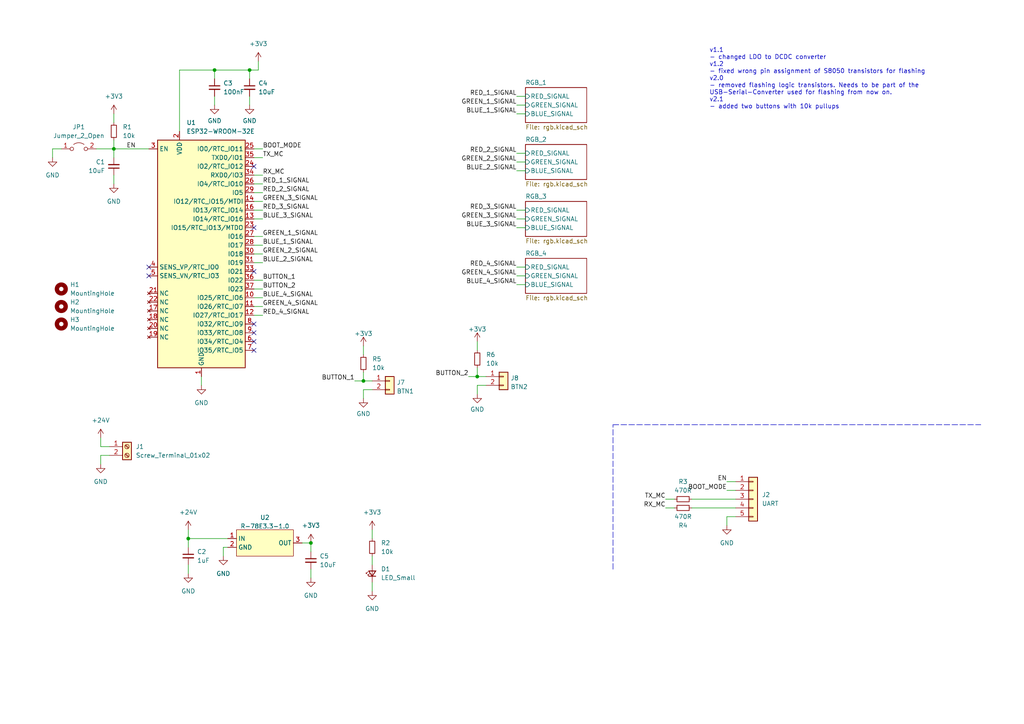
<source format=kicad_sch>
(kicad_sch (version 20211123) (generator eeschema)
  (paper "A4")
  (lib_symbols
    (symbol "Connector:Screw_Terminal_01x02" (pin_names (offset 1.016) hide)
      (property "Reference" "J" (at 0 2.54 0))
      (property "Value" "Screw_Terminal_01x02" (at 0 -5.08 0))
      (symbol "Screw_Terminal_01x02_1_1"
        (rectangle (start -1.27 1.27) (end 1.27 -3.81) (stroke (width 0.254)) (fill (type background)))
        (circle (center 0 -2.54) (radius 0.635) (stroke (width 0.1524)))
        (polyline (pts (xy -0.5334 -2.2098) (xy 0.3302 -3.048)) (stroke (width 0.1524)))
        (polyline (pts (xy -0.5334 0.3302) (xy 0.3302 -0.508)) (stroke (width 0.1524)))
        (polyline (pts (xy -0.3556 -2.032) (xy 0.508 -2.8702)) (stroke (width 0.1524)))
        (polyline (pts (xy -0.3556 0.508) (xy 0.508 -0.3302)) (stroke (width 0.1524)))
        (circle (center 0 0) (radius 0.635) (stroke (width 0.1524)))
        (pin passive line (at -5.08 0 0) (length 3.81) (name "Pin_1") (number "1"))
        (pin passive line (at -5.08 -2.54 0) (length 3.81) (name "Pin_2") (number "2"))
      )
    )
    (symbol "Connector_Generic:Conn_01x02" (pin_names (offset 1.016) hide)
      (property "Reference" "J" (at 0 2.54 0))
      (property "Value" "Conn_01x02" (at 0 -5.08 0))
      (symbol "Conn_01x02_1_1"
        (rectangle (start -1.27 -2.413) (end 0 -2.667) (stroke (width 0.1524)))
        (rectangle (start -1.27 0.127) (end 0 -0.127) (stroke (width 0.1524)))
        (rectangle (start -1.27 1.27) (end 1.27 -3.81) (stroke (width 0.254)) (fill (type background)))
        (pin passive line (at -5.08 0 0) (length 3.81) (name "Pin_1") (number "1"))
        (pin passive line (at -5.08 -2.54 0) (length 3.81) (name "Pin_2") (number "2"))
      )
    )
    (symbol "Connector_Generic:Conn_01x05" (pin_names (offset 1.016) hide)
      (property "Reference" "J" (at 0 7.62 0))
      (property "Value" "Conn_01x05" (at 0 -7.62 0))
      (symbol "Conn_01x05_1_1"
        (rectangle (start -1.27 -4.953) (end 0 -5.207) (stroke (width 0.1524)))
        (rectangle (start -1.27 -2.413) (end 0 -2.667) (stroke (width 0.1524)))
        (rectangle (start -1.27 0.127) (end 0 -0.127) (stroke (width 0.1524)))
        (rectangle (start -1.27 2.667) (end 0 2.413) (stroke (width 0.1524)))
        (rectangle (start -1.27 5.207) (end 0 4.953) (stroke (width 0.1524)))
        (rectangle (start -1.27 6.35) (end 1.27 -6.35) (stroke (width 0.254)) (fill (type background)))
        (pin passive line (at -5.08 5.08 0) (length 3.81) (name "Pin_1") (number "1"))
        (pin passive line (at -5.08 2.54 0) (length 3.81) (name "Pin_2") (number "2"))
        (pin passive line (at -5.08 0 0) (length 3.81) (name "Pin_3") (number "3"))
        (pin passive line (at -5.08 -2.54 0) (length 3.81) (name "Pin_4") (number "4"))
        (pin passive line (at -5.08 -5.08 0) (length 3.81) (name "Pin_5") (number "5"))
      )
    )
    (symbol "Device:C_Small" (pin_numbers hide) (pin_names (offset 0.254) hide)
      (property "Reference" "C" (at 0.254 1.778 0))
      (property "Value" "C_Small" (at 0.254 -2.032 0))
      (symbol "C_Small_0_1"
        (polyline (pts (xy -1.524 -0.508) (xy 1.524 -0.508)) (stroke (width 0.3302)))
        (polyline (pts (xy -1.524 0.508) (xy 1.524 0.508)) (stroke (width 0.3048)))
      )
      (symbol "C_Small_1_1"
        (pin passive line (at 0 2.54 270) (length 2.032) (name "~") (number "1"))
        (pin passive line (at 0 -2.54 90) (length 2.032) (name "~") (number "2"))
      )
    )
    (symbol "Device:LED_Small" (pin_numbers hide) (pin_names (offset 0.254) hide)
      (property "Reference" "D" (at -1.27 3.175 0))
      (property "Value" "LED_Small" (at -4.445 -2.54 0))
      (symbol "LED_Small_0_1"
        (polyline (pts (xy -0.762 -1.016) (xy -0.762 1.016)) (stroke (width 0.254)))
        (polyline (pts (xy 1.016 0) (xy -0.762 0)))
        (polyline (pts (xy 0.762 -1.016) (xy -0.762 0) (xy 0.762 1.016) (xy 0.762 -1.016)) (stroke (width 0.254)))
        (polyline (pts (xy 0 0.762) (xy -0.508 1.27) (xy -0.254 1.27) (xy -0.508 1.27) (xy -0.508 1.016)))
        (polyline (pts (xy 0.508 1.27) (xy 0 1.778) (xy 0.254 1.778) (xy 0 1.778) (xy 0 1.524)))
      )
      (symbol "LED_Small_1_1"
        (pin passive line (at -2.54 0 0) (length 1.778) (name "K") (number "1"))
        (pin passive line (at 2.54 0 180) (length 1.778) (name "A") (number "2"))
      )
    )
    (symbol "Device:R_Small" (pin_numbers hide) (pin_names (offset 0.254) hide)
      (property "Reference" "R" (at 0.762 0.508 0))
      (property "Value" "R_Small" (at 0.762 -1.016 0))
      (symbol "R_Small_0_1"
        (rectangle (start -0.762 1.778) (end 0.762 -1.778) (stroke (width 0.2032)))
      )
      (symbol "R_Small_1_1"
        (pin passive line (at 0 2.54 270) (length 0.762) (name "~") (number "1"))
        (pin passive line (at 0 -2.54 90) (length 0.762) (name "~") (number "2"))
      )
    )
    (symbol "Jumper:Jumper_2_Open" (pin_names (offset 0) hide)
      (property "Reference" "JP" (at 0 2.794 0))
      (property "Value" "Jumper_2_Open" (at 0 -2.286 0))
      (symbol "Jumper_2_Open_0_0"
        (circle (center -2.032 0) (radius 0.508))
        (circle (center 2.032 0) (radius 0.508))
      )
      (symbol "Jumper_2_Open_0_1"
        (arc (start 1.524 1.27) (mid 0 1.778) (end -1.524 1.27))
      )
      (symbol "Jumper_2_Open_1_1"
        (pin passive line (at -5.08 0 0) (length 2.54) (name "A") (number "1"))
        (pin passive line (at 5.08 0 180) (length 2.54) (name "B") (number "2"))
      )
    )
    (symbol "Mechanical:MountingHole" (pin_names (offset 1.016))
      (property "Reference" "H" (at 0 5.08 0))
      (property "Value" "MountingHole" (at 0 3.175 0))
      (symbol "MountingHole_0_1"
        (circle (center 0 0) (radius 1.27) (stroke (width 1.27)))
      )
    )
    (symbol "custom:ESP32-WROOM-32E"
      (property "Reference" "U" (at -12.7 34.29 0))
      (property "Value" "ESP32-WROOM-32E" (at 1.27 34.29 0))
      (symbol "ESP32-WROOM-32E_0_1"
        (rectangle (start -12.7 33.02) (end 12.7 -33.02) (stroke (width 0.254)) (fill (type background)))
      )
      (symbol "ESP32-WROOM-32E_1_1"
        (pin power_in line (at 0 -35.56 90) (length 2.54) (name "GND") (number "1"))
        (pin bidirectional line (at 15.24 -12.7 180) (length 2.54) (name "IO25/RTC_IO6") (number "10"))
        (pin bidirectional line (at 15.24 -15.24 180) (length 2.54) (name "IO26/RTC_IO7") (number "11"))
        (pin bidirectional line (at 15.24 -17.78 180) (length 2.54) (name "IO27/RTC_IO17") (number "12"))
        (pin bidirectional line (at 15.24 10.16 180) (length 2.54) (name "IO14/RTC_IO16") (number "13"))
        (pin bidirectional line (at 15.24 15.24 180) (length 2.54) (name "IO12/RTC_IO15/MTDI") (number "14"))
        (pin passive line (at 0 -35.56 90) (length 2.54) hide (name "GND") (number "15"))
        (pin bidirectional line (at 15.24 12.7 180) (length 2.54) (name "IO13/RTC_IO14") (number "16"))
        (pin no_connect line (at -15.24 -16.51 0) (length 2.54) (name "NC") (number "17"))
        (pin no_connect line (at -15.24 -19.05 0) (length 2.54) (name "NC") (number "18"))
        (pin no_connect line (at -15.24 -24.13 0) (length 2.54) (name "NC") (number "19"))
        (pin power_in line (at -6.35 35.56 270) (length 2.54) (name "VDD") (number "2"))
        (pin no_connect line (at -15.24 -21.59 0) (length 2.54) (name "NC") (number "20"))
        (pin no_connect line (at -15.24 -11.43 0) (length 2.54) (name "NC") (number "21"))
        (pin no_connect line (at -15.24 -13.97 0) (length 2.54) (name "NC") (number "22"))
        (pin bidirectional line (at 15.24 7.62 180) (length 2.54) (name "IO15/RTC_IO13/MTDO") (number "23"))
        (pin bidirectional line (at 15.24 25.4 180) (length 2.54) (name "IO2/RTC_IO12") (number "24"))
        (pin bidirectional line (at 15.24 30.48 180) (length 2.54) (name "IO0/RTC_IO11") (number "25"))
        (pin bidirectional line (at 15.24 20.32 180) (length 2.54) (name "IO4/RTC_IO10") (number "26"))
        (pin bidirectional line (at 15.24 5.08 180) (length 2.54) (name "IO16") (number "27"))
        (pin bidirectional line (at 15.24 2.54 180) (length 2.54) (name "IO17") (number "28"))
        (pin bidirectional line (at 15.24 17.78 180) (length 2.54) (name "IO5") (number "29"))
        (pin input line (at -15.24 30.48 0) (length 2.54) (name "EN") (number "3"))
        (pin bidirectional line (at 15.24 0 180) (length 2.54) (name "IO18") (number "30"))
        (pin bidirectional line (at 15.24 -2.54 180) (length 2.54) (name "IO19") (number "31"))
        (pin no_connect line (at -12.7 -27.94 0) (length 2.54) hide (name "NC") (number "32"))
        (pin bidirectional line (at 15.24 -5.08 180) (length 2.54) (name "IO21") (number "33"))
        (pin bidirectional line (at 15.24 22.86 180) (length 2.54) (name "RXD0/IO3") (number "34"))
        (pin bidirectional line (at 15.24 27.94 180) (length 2.54) (name "TXD0/IO1") (number "35"))
        (pin bidirectional line (at 15.24 -7.62 180) (length 2.54) (name "IO22") (number "36"))
        (pin bidirectional line (at 15.24 -10.16 180) (length 2.54) (name "IO23") (number "37"))
        (pin passive line (at 0 -35.56 90) (length 2.54) hide (name "GND") (number "38"))
        (pin passive line (at 0 -35.56 90) (length 2.54) hide (name "GND") (number "39"))
        (pin input line (at -15.24 -3.81 0) (length 2.54) (name "SENS_VP/RTC_IO0") (number "4"))
        (pin input line (at -15.24 -6.35 0) (length 2.54) (name "SENS_VN/RTC_IO3") (number "5"))
        (pin input line (at 15.24 -25.4 180) (length 2.54) (name "IO34/RTC_IO4") (number "6"))
        (pin input line (at 15.24 -27.94 180) (length 2.54) (name "IO35/RTC_IO5") (number "7"))
        (pin bidirectional line (at 15.24 -20.32 180) (length 2.54) (name "IO32/RTC_IO9") (number "8"))
        (pin bidirectional line (at 15.24 -22.86 180) (length 2.54) (name "IO33/RTC_IO8") (number "9"))
      )
    )
    (symbol "custom:TPS7B88"
      (property "Reference" "U" (at -7.62 2.54 0))
      (property "Value" "TPS7B88" (at -3.81 -6.35 0))
      (symbol "TPS7B88_0_1"
        (rectangle (start -8.89 2.54) (end 7.62 -5.08) (fill (type background)))
      )
      (symbol "TPS7B88_1_1"
        (pin input line (at -11.43 0 0) (length 2.54) (name "IN") (number "1"))
        (pin input line (at -11.43 -2.54 0) (length 2.54) (name "GND") (number "2"))
        (pin output line (at 10.16 -1.27 180) (length 2.54) (name "OUT") (number "3"))
      )
    )
    (symbol "power:+24V" (power) (pin_names (offset 0))
      (property "Value" "+24V" (at 0 3.556 0))
      (symbol "+24V_0_1"
        (polyline (pts (xy -0.762 1.27) (xy 0 2.54)))
        (polyline (pts (xy 0 0) (xy 0 2.54)))
        (polyline (pts (xy 0 2.54) (xy 0.762 1.27)))
      )
      (symbol "+24V_1_1"
        (pin power_in line (at 0 0 90) (length 0) hide (name "+24V") (number "1"))
      )
    )
    (symbol "power:+3V3" (power) (pin_names (offset 0))
      (property "Value" "+3V3" (at 0 3.556 0))
      (symbol "+3V3_0_1"
        (polyline (pts (xy -0.762 1.27) (xy 0 2.54)))
        (polyline (pts (xy 0 0) (xy 0 2.54)))
        (polyline (pts (xy 0 2.54) (xy 0.762 1.27)))
      )
      (symbol "+3V3_1_1"
        (pin power_in line (at 0 0 90) (length 0) hide (name "+3V3") (number "1"))
      )
    )
    (symbol "power:GND" (power) (pin_names (offset 0))
      (property "Value" "GND" (at 0 -3.81 0))
      (symbol "GND_0_1"
        (polyline (pts (xy 0 0) (xy 0 -1.27) (xy 1.27 -1.27) (xy 0 -2.54) (xy -1.27 -1.27) (xy 0 -1.27)))
      )
      (symbol "GND_1_1"
        (pin power_in line (at 0 0 270) (length 0) hide (name "GND") (number "1"))
      )
    )
  )
  (junction (at 72.39 20.32))
  (junction (at 33.02 43.18))
  (junction (at 62.23 20.32))
  (junction (at 54.61 156.21))
  (junction (at 105.41 110.49))
  (junction (at 90.17 157.48))
  (junction (at 138.43 109.22))
  (no_connect (at 73.66 66.04))
  (no_connect (at 73.66 78.74))
  (no_connect (at 73.66 48.26))
  (no_connect (at 73.66 93.98))
  (no_connect (at 73.66 96.52))
  (no_connect (at 73.66 99.06))
  (no_connect (at 73.66 101.6))
  (no_connect (at 43.18 77.47))
  (no_connect (at 43.18 80.01))
  (wire (pts (xy 105.41 113.03) (xy 105.41 115.57)))
  (wire (pts (xy 200.66 144.78) (xy 213.36 144.78)))
  (wire (pts (xy 73.66 71.12) (xy 76.2 71.12)))
  (wire (pts (xy 29.21 132.08) (xy 31.75 132.08)))
  (wire (pts (xy 33.02 43.18) (xy 33.02 45.72)))
  (wire (pts (xy 105.41 107.95) (xy 105.41 110.49)))
  (wire (pts (xy 33.02 50.8) (xy 33.02 53.34)))
  (wire (pts (xy 135.89 109.22) (xy 138.43 109.22)))
  (wire (pts (xy 29.21 134.62) (xy 29.21 132.08)))
  (wire (pts (xy 54.61 163.83) (xy 54.61 166.37)))
  (wire (pts (xy 43.18 43.18) (xy 33.02 43.18)))
  (wire (pts (xy 149.86 27.94) (xy 152.4 27.94)))
  (wire (pts (xy 149.86 46.99) (xy 152.4 46.99)))
  (wire (pts (xy 138.43 109.22) (xy 140.97 109.22)))
  (wire (pts (xy 29.21 129.54) (xy 31.75 129.54)))
  (wire (pts (xy 107.95 113.03) (xy 105.41 113.03)))
  (wire (pts (xy 73.66 60.96) (xy 76.2 60.96)))
  (wire (pts (xy 29.21 127) (xy 29.21 129.54)))
  (wire (pts (xy 210.82 142.24) (xy 213.36 142.24)))
  (wire (pts (xy 52.07 38.1) (xy 52.07 20.32)))
  (wire (pts (xy 58.42 109.22) (xy 58.42 111.76)))
  (wire (pts (xy 62.23 27.94) (xy 62.23 30.48)))
  (wire (pts (xy 107.95 161.29) (xy 107.95 163.83)))
  (wire (pts (xy 33.02 33.02) (xy 33.02 35.56)))
  (wire (pts (xy 72.39 27.94) (xy 72.39 30.48)))
  (wire (pts (xy 64.77 158.75) (xy 64.77 161.29)))
  (wire (pts (xy 73.66 63.5) (xy 76.2 63.5)))
  (wire (pts (xy 54.61 153.67) (xy 54.61 156.21)))
  (wire (pts (xy 193.04 147.32) (xy 195.58 147.32)))
  (wire (pts (xy 193.04 144.78) (xy 195.58 144.78)))
  (wire (pts (xy 73.66 53.34) (xy 76.2 53.34)))
  (wire (pts (xy 149.86 66.04) (xy 152.4 66.04)))
  (wire (pts (xy 73.66 88.9) (xy 76.2 88.9)))
  (wire (pts (xy 33.02 43.18) (xy 33.02 40.64)))
  (wire (pts (xy 73.66 68.58) (xy 76.2 68.58)))
  (wire (pts (xy 73.66 55.88) (xy 76.2 55.88)))
  (wire (pts (xy 105.41 100.33) (xy 105.41 102.87)))
  (polyline (pts (xy 177.8 123.19) (xy 284.48 123.19)))
  (wire (pts (xy 140.97 111.76) (xy 138.43 111.76)))
  (wire (pts (xy 90.17 165.1) (xy 90.17 167.64)))
  (wire (pts (xy 73.66 45.72) (xy 76.2 45.72)))
  (wire (pts (xy 105.41 110.49) (xy 107.95 110.49)))
  (wire (pts (xy 149.86 30.48) (xy 152.4 30.48)))
  (wire (pts (xy 73.66 43.18) (xy 76.2 43.18)))
  (wire (pts (xy 210.82 152.4) (xy 210.82 149.86)))
  (wire (pts (xy 138.43 111.76) (xy 138.43 114.3)))
  (wire (pts (xy 62.23 22.86) (xy 62.23 20.32)))
  (wire (pts (xy 17.78 43.18) (xy 15.24 43.18)))
  (wire (pts (xy 73.66 76.2) (xy 76.2 76.2)))
  (wire (pts (xy 149.86 49.53) (xy 152.4 49.53)))
  (wire (pts (xy 66.04 158.75) (xy 64.77 158.75)))
  (wire (pts (xy 138.43 99.06) (xy 138.43 101.6)))
  (wire (pts (xy 73.66 81.28) (xy 76.2 81.28)))
  (wire (pts (xy 149.86 77.47) (xy 152.4 77.47)))
  (wire (pts (xy 210.82 139.7) (xy 213.36 139.7)))
  (wire (pts (xy 73.66 83.82) (xy 76.2 83.82)))
  (wire (pts (xy 200.66 147.32) (xy 213.36 147.32)))
  (wire (pts (xy 74.93 17.78) (xy 74.93 20.32)))
  (wire (pts (xy 90.17 157.48) (xy 90.17 160.02)))
  (wire (pts (xy 149.86 44.45) (xy 152.4 44.45)))
  (wire (pts (xy 149.86 33.02) (xy 152.4 33.02)))
  (wire (pts (xy 138.43 106.68) (xy 138.43 109.22)))
  (wire (pts (xy 73.66 86.36) (xy 76.2 86.36)))
  (wire (pts (xy 73.66 58.42) (xy 76.2 58.42)))
  (wire (pts (xy 72.39 22.86) (xy 72.39 20.32)))
  (wire (pts (xy 27.94 43.18) (xy 33.02 43.18)))
  (wire (pts (xy 66.04 156.21) (xy 54.61 156.21)))
  (wire (pts (xy 107.95 153.67) (xy 107.95 156.21)))
  (wire (pts (xy 149.86 80.01) (xy 152.4 80.01)))
  (wire (pts (xy 149.86 60.96) (xy 152.4 60.96)))
  (wire (pts (xy 72.39 20.32) (xy 74.93 20.32)))
  (wire (pts (xy 73.66 73.66) (xy 76.2 73.66)))
  (wire (pts (xy 102.87 110.49) (xy 105.41 110.49)))
  (wire (pts (xy 210.82 149.86) (xy 213.36 149.86)))
  (wire (pts (xy 87.63 157.48) (xy 90.17 157.48)))
  (wire (pts (xy 54.61 156.21) (xy 54.61 158.75)))
  (polyline (pts (xy 177.8 165.1) (xy 177.8 123.19)))
  (wire (pts (xy 62.23 20.32) (xy 72.39 20.32)))
  (wire (pts (xy 73.66 91.44) (xy 76.2 91.44)))
  (wire (pts (xy 73.66 50.8) (xy 76.2 50.8)))
  (wire (pts (xy 15.24 43.18) (xy 15.24 45.72)))
  (wire (pts (xy 52.07 20.32) (xy 62.23 20.32)))
  (wire (pts (xy 107.95 168.91) (xy 107.95 171.45)))
  (wire (pts (xy 149.86 82.55) (xy 152.4 82.55)))
  (wire (pts (xy 149.86 63.5) (xy 152.4 63.5)))
  (text "v1.1\n- changed LDO to DCDC converter\nv1.2\n- fixed wrong pin assignment of S8050 transistors for flashing\nv2.0\n- removed flashing logic transistors. Needs to be part of the\nUSB-Serial-Converter used for flashing from now on.\nv2.1\n- added two buttons with 10k pullups" (at 205.74 31.75 0) (effects (font (size 1.27 1.27)) (justify left bottom)))
  (label "GREEN_1_SIGNAL" (at 149.86 30.48 180))
  (label "BUTTON_1" (at 76.2 81.28 0))
  (label "GREEN_4_SIGNAL" (at 149.86 80.01 180))
  (label "RED_2_SIGNAL" (at 149.86 44.45 180))
  (label "BOOT_MODE" (at 76.2 43.18 0))
  (label "RED_3_SIGNAL" (at 149.86 60.96 180))
  (label "GREEN_3_SIGNAL" (at 149.86 63.5 180))
  (label "RED_1_SIGNAL" (at 149.86 27.94 180))
  (label "GREEN_4_SIGNAL" (at 76.2 88.9 0))
  (label "GREEN_2_SIGNAL" (at 149.86 46.99 180))
  (label "BOOT_MODE" (at 210.82 142.24 180))
  (label "BUTTON_2" (at 76.2 83.82 0))
  (label "BLUE_1_SIGNAL" (at 149.86 33.02 180))
  (label "TX_MC" (at 76.2 45.72 0))
  (label "RED_4_SIGNAL" (at 149.86 77.47 180))
  (label "BLUE_1_SIGNAL" (at 76.2 71.12 0))
  (label "BLUE_3_SIGNAL" (at 76.2 63.5 0))
  (label "RX_MC" (at 76.2 50.8 0))
  (label "RED_3_SIGNAL" (at 76.2 60.96 0))
  (label "GREEN_3_SIGNAL" (at 76.2 58.42 0))
  (label "BLUE_3_SIGNAL" (at 149.86 66.04 180))
  (label "BLUE_4_SIGNAL" (at 76.2 86.36 0))
  (label "RED_2_SIGNAL" (at 76.2 55.88 0))
  (label "TX_MC" (at 193.04 144.78 180))
  (label "BLUE_2_SIGNAL" (at 76.2 76.2 0))
  (label "BUTTON_2" (at 135.89 109.22 180))
  (label "BLUE_2_SIGNAL" (at 149.86 49.53 180))
  (label "GREEN_1_SIGNAL" (at 76.2 68.58 0))
  (label "RED_1_SIGNAL" (at 76.2 53.34 0))
  (label "EN" (at 39.37 43.18 180))
  (label "BLUE_4_SIGNAL" (at 149.86 82.55 180))
  (label "BUTTON_1" (at 102.87 110.49 180))
  (label "GREEN_2_SIGNAL" (at 76.2 73.66 0))
  (label "RED_4_SIGNAL" (at 76.2 91.44 0))
  (label "EN" (at 210.82 139.7 180))
  (label "RX_MC" (at 193.04 147.32 180))
  (symbol (lib_id "Device:R_Small") (at 105.41 105.41 180) (unit 1)
    (property "Reference" "R5" (at 107.95 104.1399 0) (effects (justify right)))
    (property "Value" "10k" (at 107.95 106.6799 0) (effects (justify right)))
    (property "Footprint" "Resistor_SMD:R_0603_1608Metric" (effects hide))
  )
  (symbol (lib_id "Device:R_Small") (at 33.02 38.1 0) (unit 1)
    (property "Reference" "R1" (at 35.56 36.8299 0) (effects (justify left)))
    (property "Value" "10k" (at 35.56 39.3699 0) (effects (justify left)))
    (property "Footprint" "Resistor_SMD:R_0603_1608Metric" (effects hide))
  )
  (symbol (lib_id "power:GND") (at 107.95 171.45 0) (unit 1)
    (property "Reference" "#PWR0116" (effects hide))
    (property "Value" "GND" (at 107.95 176.53 0))
  )
  (symbol (lib_id "power:+3V3") (at 74.93 17.78 0) (unit 1)
    (property "Reference" "#PWR0107" (effects hide))
    (property "Value" "+3V3" (at 74.93 12.7 0))
  )
  (symbol (lib_id "Device:R_Small") (at 107.95 158.75 180) (unit 1)
    (property "Reference" "R2" (at 110.49 157.4799 0) (effects (justify right)))
    (property "Value" "10k" (at 110.49 160.0199 0) (effects (justify right)))
    (property "Footprint" "Resistor_SMD:R_0603_1608Metric" (effects hide))
  )
  (symbol (lib_id "Device:C_Small") (at 54.61 161.29 0) (unit 1)
    (property "Reference" "C2" (at 57.15 160.0262 0) (effects (justify left)))
    (property "Value" "1uF" (at 57.15 162.5662 0) (effects (justify left)))
    (property "Footprint" "Capacitor_SMD:C_0805_2012Metric" (effects hide))
    (property "MPN" "UMF212B7105KGHT" (effects hide))
  )
  (symbol (lib_id "power:GND") (at 90.17 167.64 0) (unit 1)
    (property "Reference" "#PWR0114" (effects hide))
    (property "Value" "GND" (at 90.17 172.72 0))
  )
  (symbol (lib_id "power:GND") (at 105.41 115.57 0) (unit 1)
    (property "Reference" "#PWR02" (effects hide))
    (property "Value" "GND" (at 105.41 120.0134 0))
  )
  (symbol (lib_id "Device:C_Small") (at 33.02 48.26 0) (mirror x) (unit 1)
    (property "Reference" "C1" (at 30.48 46.9835 0) (effects (justify right)))
    (property "Value" "10uF" (at 30.48 49.5235 0) (effects (justify right)))
    (property "Footprint" "Capacitor_SMD:C_0805_2012Metric" (effects hide))
  )
  (symbol (lib_id "power:+3V3") (at 138.43 99.06 0) (unit 1)
    (property "Reference" "#PWR03" (effects hide))
    (property "Value" "+3V3" (at 138.43 95.4842 0))
  )
  (symbol (lib_id "Mechanical:MountingHole") (at 17.78 88.9 0) (unit 1)
    (property "Reference" "H2" (at 20.32 87.6299 0) (effects (justify left)))
    (property "Value" "MountingHole" (at 20.32 90.1699 0) (effects (justify left)))
    (property "Footprint" "custom:MountingHole_3.2mm_M3_ISO7380" (effects hide))
  )
  (symbol (lib_id "Connector_Generic:Conn_01x05") (at 218.44 144.78 0) (unit 1)
    (property "Reference" "J2" (at 220.98 143.5099 0) (effects (justify left)))
    (property "Value" "UART" (at 220.98 146.0499 0) (effects (justify left)))
    (property "Footprint" "Connector_PinHeader_2.54mm:PinHeader_1x05_P2.54mm_Vertical" (effects hide))
  )
  (symbol (lib_id "custom:TPS7B88") (at 77.47 156.21 0) (unit 1)
    (property "Reference" "U2" (at 76.835 150.0972 0))
    (property "Value" "R-78E3.3-1.0" (at 76.835 152.6341 0))
    (property "Footprint" "Package_SIP:SIP3_11.6x8.5mm" (effects hide))
    (property "MPN" "TPS7B8833QKVURQ1" (effects hide))
  )
  (symbol (lib_id "Connector_Generic:Conn_01x02") (at 113.03 110.49 0) (unit 1)
    (property "Reference" "J7" (at 115.062 110.9253 0) (effects (justify left)))
    (property "Value" "BTN1" (at 115.062 113.4622 0) (effects (justify left)))
    (property "Footprint" "Connector_PinSocket_2.54mm:PinSocket_1x02_P2.54mm_Vertical" (effects hide))
  )
  (symbol (lib_id "power:+3V3") (at 105.41 100.33 0) (unit 1)
    (property "Reference" "#PWR01" (effects hide))
    (property "Value" "+3V3" (at 105.41 96.7542 0))
  )
  (symbol (lib_id "power:+24V") (at 54.61 153.67 0) (unit 1)
    (property "Reference" "#PWR0108" (effects hide))
    (property "Value" "+24V" (at 54.61 148.59 0))
  )
  (symbol (lib_id "power:GND") (at 29.21 134.62 0) (unit 1)
    (property "Reference" "#PWR0110" (effects hide))
    (property "Value" "GND" (at 29.21 139.7 0))
  )
  (symbol (lib_id "power:GND") (at 64.77 161.29 0) (unit 1)
    (property "Reference" "#PWR0111" (effects hide))
    (property "Value" "GND" (at 64.77 166.37 0))
  )
  (symbol (lib_id "Jumper:Jumper_2_Open") (at 22.86 43.18 0) (unit 1)
    (property "Reference" "JP1" (at 22.86 36.83 0))
    (property "Value" "Jumper_2_Open" (at 22.86 39.37 0))
    (property "Footprint" "Connector_PinHeader_2.54mm:PinHeader_1x02_P2.54mm_Vertical" (effects hide))
  )
  (symbol (lib_id "Connector_Generic:Conn_01x02") (at 146.05 109.22 0) (unit 1)
    (property "Reference" "J8" (at 148.082 109.6553 0) (effects (justify left)))
    (property "Value" "BTN2" (at 148.082 112.1922 0) (effects (justify left)))
    (property "Footprint" "Connector_PinSocket_2.54mm:PinSocket_1x02_P2.54mm_Vertical" (effects hide))
  )
  (symbol (lib_id "power:GND") (at 62.23 30.48 0) (unit 1)
    (property "Reference" "#PWR0104" (effects hide))
    (property "Value" "GND" (at 62.23 35.0425 0))
  )
  (symbol (lib_id "Device:C_Small") (at 72.39 25.4 0) (mirror y) (unit 1)
    (property "Reference" "C4" (at 74.93 24.1362 0) (effects (justify right)))
    (property "Value" "10uF" (at 74.93 26.6762 0) (effects (justify right)))
    (property "Footprint" "Capacitor_SMD:C_0805_2012Metric" (effects hide))
  )
  (symbol (lib_id "power:GND") (at 138.43 114.3 0) (unit 1)
    (property "Reference" "#PWR04" (effects hide))
    (property "Value" "GND" (at 138.43 118.7434 0))
  )
  (symbol (lib_id "Connector:Screw_Terminal_01x02") (at 36.83 129.54 0) (unit 1)
    (property "Reference" "J1" (at 39.37 129.5399 0) (effects (justify left)))
    (property "Value" "Screw_Terminal_01x02" (at 39.37 132.0799 0) (effects (justify left)))
    (property "Footprint" "TerminalBlock_Phoenix:TerminalBlock_Phoenix_MKDS-1,5-2_1x02_P5.00mm_Horizontal" (effects hide))
    (property "MPN" "1935161" (effects hide))
  )
  (symbol (lib_id "Device:R_Small") (at 138.43 104.14 180) (unit 1)
    (property "Reference" "R6" (at 140.97 102.8699 0) (effects (justify right)))
    (property "Value" "10k" (at 140.97 105.4099 0) (effects (justify right)))
    (property "Footprint" "Resistor_SMD:R_0603_1608Metric" (effects hide))
  )
  (symbol (lib_id "power:GND") (at 33.02 53.34 0) (unit 1)
    (property "Reference" "#PWR0103" (effects hide))
    (property "Value" "GND" (at 33.02 58.42 0))
  )
  (symbol (lib_id "power:GND") (at 54.61 166.37 0) (unit 1)
    (property "Reference" "#PWR0109" (effects hide))
    (property "Value" "GND" (at 54.61 171.45 0))
  )
  (symbol (lib_id "Mechanical:MountingHole") (at 17.78 83.82 0) (unit 1)
    (property "Reference" "H1" (at 20.32 82.5499 0) (effects (justify left)))
    (property "Value" "MountingHole" (at 20.32 85.0899 0) (effects (justify left)))
    (property "Footprint" "custom:MountingHole_3.2mm_M3_ISO7380" (effects hide))
  )
  (symbol (lib_id "power:GND") (at 58.42 111.76 0) (unit 1)
    (property "Reference" "#PWR0112" (effects hide))
    (property "Value" "GND" (at 58.42 116.84 0))
  )
  (symbol (lib_id "power:+3V3") (at 107.95 153.67 0) (unit 1)
    (property "Reference" "#PWR0117" (effects hide))
    (property "Value" "+3V3" (at 107.95 148.59 0))
  )
  (symbol (lib_id "Device:C_Small") (at 90.17 162.56 0) (mirror y) (unit 1)
    (property "Reference" "C5" (at 92.71 161.2962 0) (effects (justify right)))
    (property "Value" "10uF" (at 92.71 163.8362 0) (effects (justify right)))
    (property "Footprint" "Capacitor_SMD:C_0805_2012Metric" (effects hide))
  )
  (symbol (lib_id "power:GND") (at 210.82 152.4 0) (unit 1)
    (property "Reference" "#PWR0106" (effects hide))
    (property "Value" "GND" (at 210.82 157.48 0))
  )
  (symbol (lib_id "Device:LED_Small") (at 107.95 166.37 90) (unit 1)
    (property "Reference" "D1" (at 110.49 165.0364 90) (effects (justify right)))
    (property "Value" "LED_Small" (at 110.49 167.5764 90) (effects (justify right)))
    (property "Footprint" "LED_SMD:LED_0603_1608Metric" (effects hide))
  )
  (symbol (lib_id "power:+24V") (at 29.21 127 0) (unit 1)
    (property "Reference" "#PWR0113" (effects hide))
    (property "Value" "+24V" (at 29.21 121.92 0))
  )
  (symbol (lib_id "Mechanical:MountingHole") (at 17.78 93.98 0) (unit 1)
    (property "Reference" "H3" (at 20.32 92.7099 0) (effects (justify left)))
    (property "Value" "MountingHole" (at 20.32 95.2499 0) (effects (justify left)))
    (property "Footprint" "custom:MountingHole_3.2mm_M3_ISO7380" (effects hide))
  )
  (symbol (lib_id "custom:ESP32-WROOM-32E") (at 58.42 73.66 0) (unit 1)
    (property "Reference" "U1" (at 54.0894 35.56 0) (effects (justify left)))
    (property "Value" "ESP32-WROOM-32E" (at 54.0894 38.1 0) (effects (justify left)))
    (property "Footprint" "Espressif:ESP32-WROOM-32E" (effects hide))
    (property "Datasheet" "https://www.espressif.com/sites/default/files/documentation/esp32-wroom-32_datasheet_en.pdf" (effects hide))
  )
  (symbol (lib_id "power:+3V3") (at 33.02 33.02 0) (unit 1)
    (property "Reference" "#PWR0101" (effects hide))
    (property "Value" "+3V3" (at 33.02 27.94 0))
  )
  (symbol (lib_id "Device:C_Small") (at 62.23 25.4 0) (mirror y) (unit 1)
    (property "Reference" "C3" (at 64.77 24.1362 0) (effects (justify right)))
    (property "Value" "100nF" (at 64.77 26.6762 0) (effects (justify right)))
    (property "Footprint" "Capacitor_SMD:C_0603_1608Metric" (effects hide))
  )
  (symbol (lib_id "power:GND") (at 72.39 30.48 0) (unit 1)
    (property "Reference" "#PWR0105" (effects hide))
    (property "Value" "GND" (at 72.39 35.0425 0))
  )
  (symbol (lib_id "power:+3V3") (at 90.17 157.48 0) (unit 1)
    (property "Reference" "#PWR0115" (effects hide))
    (property "Value" "+3V3" (at 90.17 152.4 0))
  )
  (symbol (lib_id "power:GND") (at 15.24 45.72 0) (unit 1)
    (property "Reference" "#PWR0102" (effects hide))
    (property "Value" "GND" (at 15.24 50.8 0))
  )
  (symbol (lib_id "Device:R_Small") (at 198.12 144.78 90) (unit 1)
    (property "Reference" "R3" (at 198.12 139.7 90))
    (property "Value" "470R" (at 198.12 142.24 90))
    (property "Footprint" "Resistor_SMD:R_0603_1608Metric" (effects hide))
  )
  (symbol (lib_id "Device:R_Small") (at 198.12 147.32 90) (mirror x) (unit 1)
    (property "Reference" "R4" (at 198.12 152.4 90))
    (property "Value" "470R" (at 198.12 149.86 90))
    (property "Footprint" "Resistor_SMD:R_0603_1608Metric" (effects hide))
  )
  (sheet (at 152.4 25.4) (size 17.78 10.16) (stroke (width 0.1524))
    (property "Sheet name" "RGB_1" (at 152.4 24.6884 0) (effects (justify left bottom)))
    (property "Sheet file" "rgb.kicad_sch" (at 152.4 36.1446 0) (effects (justify left top)))
    (pin "RED_SIGNAL" input (at 152.4 27.94 180))
    (pin "GREEN_SIGNAL" input (at 152.4 30.48 180))
    (pin "BLUE_SIGNAL" input (at 152.4 33.02 180))
  )
  (sheet (at 152.4 74.93) (size 17.78 10.16) (stroke (width 0.1524))
    (property "Sheet name" "RGB_4" (at 152.4 74.2184 0) (effects (justify left bottom)))
    (property "Sheet file" "rgb.kicad_sch" (at 152.4 85.6746 0) (effects (justify left top)))
    (pin "RED_SIGNAL" input (at 152.4 77.47 180))
    (pin "GREEN_SIGNAL" input (at 152.4 80.01 180))
    (pin "BLUE_SIGNAL" input (at 152.4 82.55 180))
  )
  (sheet (at 152.4 58.42) (size 17.78 10.16) (stroke (width 0.1524))
    (property "Sheet name" "RGB_3" (at 152.4 57.7084 0) (effects (justify left bottom)))
    (property "Sheet file" "rgb.kicad_sch" (at 152.4 69.1646 0) (effects (justify left top)))
    (pin "RED_SIGNAL" input (at 152.4 60.96 180))
    (pin "GREEN_SIGNAL" input (at 152.4 63.5 180))
    (pin "BLUE_SIGNAL" input (at 152.4 66.04 180))
  )
  (sheet (at 152.4 41.91) (size 17.78 10.16) (stroke (width 0.1524))
    (property "Sheet name" "RGB_2" (at 152.4 41.1984 0) (effects (justify left bottom)))
    (property "Sheet file" "rgb.kicad_sch" (at 152.4 52.6546 0) (effects (justify left top)))
    (pin "RED_SIGNAL" input (at 152.4 44.45 180))
    (pin "GREEN_SIGNAL" input (at 152.4 46.99 180))
    (pin "BLUE_SIGNAL" input (at 152.4 49.53 180))
  )
)
</source>
